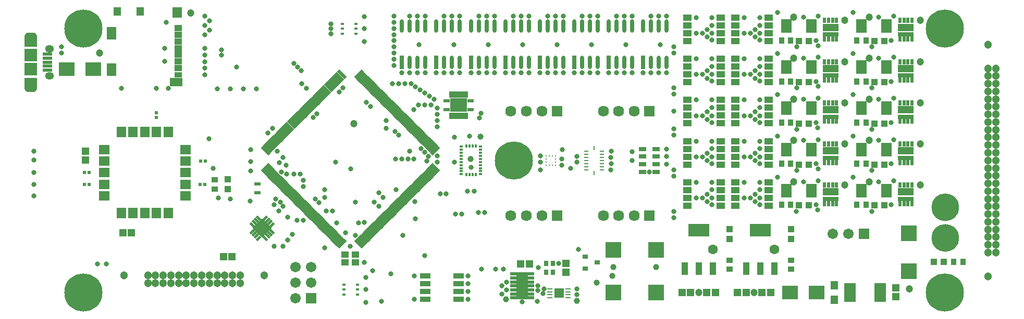
<source format=gbr>
%TF.GenerationSoftware,Altium Limited,Altium Designer,22.4.2 (48)*%
G04 Layer_Color=8388736*
%FSLAX45Y45*%
%MOMM*%
%TF.SameCoordinates,1579B7B8-C0FA-446B-BA7A-E71437B095E0*%
%TF.FilePolarity,Negative*%
%TF.FileFunction,Soldermask,Top*%
%TF.Part,Single*%
G01*
G75*
%TA.AperFunction,SMDPad,CuDef*%
%ADD17R,1.10000X0.60000*%
%ADD22R,1.78000X2.16000*%
%ADD23R,0.51535X0.47247*%
%ADD24R,0.60000X0.40000*%
%ADD26R,0.47247X0.51535*%
%ADD29R,0.80000X0.90000*%
%ADD30R,1.50000X1.60000*%
G04:AMPARAMS|DCode=31|XSize=0.85mm|YSize=0.25mm|CornerRadius=0.125mm|HoleSize=0mm|Usage=FLASHONLY|Rotation=0.000|XOffset=0mm|YOffset=0mm|HoleType=Round|Shape=RoundedRectangle|*
%AMROUNDEDRECTD31*
21,1,0.85000,0.00000,0,0,0.0*
21,1,0.60000,0.25000,0,0,0.0*
1,1,0.25000,0.30000,0.00000*
1,1,0.25000,-0.30000,0.00000*
1,1,0.25000,-0.30000,0.00000*
1,1,0.25000,0.30000,0.00000*
%
%ADD31ROUNDEDRECTD31*%
%ADD35R,2.50000X2.30000*%
%ADD41R,0.90000X0.80000*%
%ADD42R,2.50000X2.50000*%
%ADD45R,1.95580X3.14960*%
%ADD51R,1.50000X1.80000*%
%ADD52R,1.80000X1.50000*%
%ADD54R,1.20000X1.00000*%
%ADD55R,0.67500X0.25000*%
%ADD56R,0.25000X0.67500*%
%ADD60R,0.25000X0.27500*%
%ADD61R,0.27500X0.25000*%
%TA.AperFunction,ViaPad*%
%ADD87C,0.50000*%
%TA.AperFunction,SMDPad,CuDef*%
%ADD94R,0.90320X1.10320*%
%ADD95R,1.10320X0.90320*%
%ADD96R,1.30320X1.25320*%
%ADD98R,1.25320X1.30320*%
%TA.AperFunction,ComponentPad*%
%ADD101C,1.79320*%
%ADD102R,1.79320X1.79320*%
%ADD103C,1.30320*%
%ADD104C,4.50320*%
%ADD105C,1.70320*%
%ADD106R,1.70320X1.70320*%
%ADD107O,1.45320X1.25320*%
%ADD108O,2.10320X1.40320*%
%ADD109R,1.70320X1.70320*%
%TA.AperFunction,ViaPad*%
%ADD110C,0.80320*%
%ADD111C,1.00320*%
%ADD112C,1.20320*%
%ADD113C,6.20320*%
%ADD114C,1.60320*%
%TA.AperFunction,NonConductor*%
%ADD127R,0.52497X0.40000*%
%ADD128R,0.52497X0.40005*%
%ADD129R,0.52502X0.40000*%
%ADD130R,0.52502X0.40005*%
%ADD131R,0.29997X0.52497*%
%ADD132R,0.30002X0.52497*%
%ADD133R,0.30002X0.52502*%
%ADD134R,0.29997X0.52502*%
%TA.AperFunction,SMDPad,CuDef*%
G04:AMPARAMS|DCode=135|XSize=0.5032mm|YSize=1.7032mm|CornerRadius=0mm|HoleSize=0mm|Usage=FLASHONLY|Rotation=315.000|XOffset=0mm|YOffset=0mm|HoleType=Round|Shape=Rectangle|*
%AMROTATEDRECTD135*
4,1,4,-0.78008,-0.42426,0.42426,0.78008,0.78008,0.42426,-0.42426,-0.78008,-0.78008,-0.42426,0.0*
%
%ADD135ROTATEDRECTD135*%

%ADD136R,1.30320X0.80320*%
%ADD137R,1.00320X1.00320*%
%ADD138R,1.72820X0.85320*%
%ADD139R,1.05320X0.55320*%
%ADD140R,1.85320X4.45320*%
%ADD141R,1.10320X2.05320*%
%ADD142R,3.40320X2.05320*%
%ADD143R,2.65320X2.55320*%
%ADD144R,1.00320X1.00320*%
%ADD145O,0.70320X2.20320*%
%ADD146R,0.70320X2.20320*%
%ADD147R,1.20320X1.35320*%
%ADD148R,1.34320X1.11320*%
%ADD149R,0.60960X0.88900*%
%ADD150R,2.64160X0.76200*%
%ADD151R,2.64160X1.24460*%
%TA.AperFunction,ConnectorPad*%
%ADD152R,1.55320X0.60320*%
%TA.AperFunction,SMDPad,CuDef*%
G04:AMPARAMS|DCode=153|XSize=0.5032mm|YSize=1.7032mm|CornerRadius=0mm|HoleSize=0mm|Usage=FLASHONLY|Rotation=45.000|XOffset=0mm|YOffset=0mm|HoleType=Round|Shape=Rectangle|*
%AMROTATEDRECTD153*
4,1,4,0.42426,-0.78008,-0.78008,0.42426,-0.42426,0.78008,0.78008,-0.42426,0.42426,-0.78008,0.0*
%
%ADD153ROTATEDRECTD153*%

%ADD154R,1.05320X0.48320*%
%ADD155R,0.48320X1.05320*%
%ADD156R,2.75320X2.25320*%
%TA.AperFunction,ConnectorPad*%
%ADD157R,1.55320X2.10320*%
%ADD158R,1.20320X1.40320*%
%ADD159R,1.55320X1.75320*%
%ADD160R,1.30320X1.05320*%
%ADD161R,1.30320X0.95320*%
%ADD162R,2.00320X1.37320*%
%ADD163R,2.10320X2.00320*%
%TA.AperFunction,SMDPad,CuDef*%
%ADD164P,3.11580X4X180.0*%
G04:AMPARAMS|DCode=165|XSize=0.8532mm|YSize=0.4532mm|CornerRadius=0mm|HoleSize=0mm|Usage=FLASHONLY|Rotation=135.000|XOffset=0mm|YOffset=0mm|HoleType=Round|Shape=Rectangle|*
%AMROTATEDRECTD165*
4,1,4,0.46188,-0.14142,0.14142,-0.46188,-0.46188,0.14142,-0.14142,0.46188,0.46188,-0.14142,0.0*
%
%ADD165ROTATEDRECTD165*%

G04:AMPARAMS|DCode=166|XSize=0.8532mm|YSize=0.4532mm|CornerRadius=0mm|HoleSize=0mm|Usage=FLASHONLY|Rotation=45.000|XOffset=0mm|YOffset=0mm|HoleType=Round|Shape=Rectangle|*
%AMROTATEDRECTD166*
4,1,4,-0.14142,-0.46188,-0.46188,-0.14142,0.14142,0.46188,0.46188,0.14142,-0.14142,-0.46188,0.0*
%
%ADD166ROTATEDRECTD166*%

%TA.AperFunction,Conductor*%
%ADD167R,2.10317X1.77820*%
D17*
X4830001Y3115002D02*
D03*
Y2974997D02*
D03*
D22*
X13422501Y3010002D02*
D03*
X13827498D02*
D03*
X14647501Y5690000D02*
D03*
X15052499D02*
D03*
X13422501Y4350002D02*
D03*
X13827499D02*
D03*
X13422499Y3680002D02*
D03*
X13827502D02*
D03*
X13422501Y5020002D02*
D03*
X13827498D02*
D03*
X13422499Y5690002D02*
D03*
X13827502D02*
D03*
X14647501Y3680002D02*
D03*
X15052498D02*
D03*
X14647499Y4350002D02*
D03*
X15052502D02*
D03*
X14647501Y3010002D02*
D03*
X15052499D02*
D03*
X14647502Y5020002D02*
D03*
X15052499D02*
D03*
D23*
X2022144Y3110000D02*
D03*
X2097856D02*
D03*
X3977856D02*
D03*
X3902144D02*
D03*
X2097856Y3300000D02*
D03*
X2022144D02*
D03*
X3905000Y3490000D02*
D03*
X3980713D02*
D03*
D24*
X6235000Y1315000D02*
D03*
Y1395000D02*
D03*
Y1475000D02*
D03*
X6455000D02*
D03*
Y1395000D02*
D03*
Y1315000D02*
D03*
X6210000Y5565000D02*
D03*
Y5645000D02*
D03*
X6210000Y5725000D02*
D03*
X6430000D02*
D03*
Y5645000D02*
D03*
Y5565000D02*
D03*
D26*
X3190000Y4202143D02*
D03*
Y4277856D02*
D03*
D29*
X9520002Y1680001D02*
D03*
Y1820001D02*
D03*
X9630002D02*
D03*
Y1680001D02*
D03*
D30*
X9730002Y1335001D02*
D03*
D31*
X9875002Y1410001D02*
D03*
Y1360001D02*
D03*
Y1310001D02*
D03*
Y1260001D02*
D03*
X9585002D02*
D03*
Y1310001D02*
D03*
Y1360001D02*
D03*
Y1410001D02*
D03*
D35*
X13485001Y1350000D02*
D03*
X13914998D02*
D03*
X1730000Y4990000D02*
D03*
X2160000D02*
D03*
D41*
X10154998Y1930001D02*
D03*
Y1739999D02*
D03*
X10355003Y1835000D02*
D03*
D42*
X11310001Y1345001D02*
D03*
X11310001Y2044999D02*
D03*
X10610002Y1345001D02*
D03*
Y2044999D02*
D03*
D45*
X14454892Y1349999D02*
D03*
X14945113D02*
D03*
D51*
X2620000Y2639999D02*
D03*
X2810002D02*
D03*
X2999999D02*
D03*
X3190001D02*
D03*
X3379998D02*
D03*
Y3960001D02*
D03*
X3190001D02*
D03*
X2999999D02*
D03*
X2810002D02*
D03*
X2620000D02*
D03*
D52*
X3659998Y2919998D02*
D03*
Y3110001D02*
D03*
Y3299998D02*
D03*
Y3490000D02*
D03*
Y3680002D02*
D03*
X2340000D02*
D03*
Y3490000D02*
D03*
Y3299998D02*
D03*
Y3110001D02*
D03*
Y2919998D02*
D03*
D54*
X6255002Y1835001D02*
D03*
X6424999D02*
D03*
Y1964998D02*
D03*
X6255002D02*
D03*
D55*
X10426251Y3650000D02*
D03*
Y3600002D02*
D03*
Y3550000D02*
D03*
Y3500002D02*
D03*
Y3450000D02*
D03*
Y3400003D02*
D03*
Y3350000D02*
D03*
X10173750D02*
D03*
Y3400003D02*
D03*
Y3450000D02*
D03*
Y3500002D02*
D03*
Y3550000D02*
D03*
Y3600002D02*
D03*
Y3650000D02*
D03*
D56*
X10299998Y3298748D02*
D03*
Y3701252D02*
D03*
D60*
X9575000Y3576249D02*
D03*
X9624998D02*
D03*
Y3423748D02*
D03*
X9575000D02*
D03*
D61*
X9676250Y3575000D02*
D03*
Y3525002D02*
D03*
Y3475000D02*
D03*
Y3425003D02*
D03*
X9523748D02*
D03*
Y3475000D02*
D03*
Y3525002D02*
D03*
Y3575000D02*
D03*
D87*
X9780002Y1285001D02*
D03*
X9680002D02*
D03*
X9780002Y1385001D02*
D03*
X9680002D02*
D03*
D94*
X16145000Y1845000D02*
D03*
X16295001D02*
D03*
X13495001Y2775001D02*
D03*
X13345004D02*
D03*
X14570000Y5455000D02*
D03*
X14720000D02*
D03*
X13344998Y4115001D02*
D03*
X13494997D02*
D03*
X13344998Y3445001D02*
D03*
X13495001D02*
D03*
X13345004Y4785001D02*
D03*
X13495001D02*
D03*
X13344998Y5455001D02*
D03*
X13495001D02*
D03*
X14570003Y3445001D02*
D03*
X14720001D02*
D03*
X14569998Y4115001D02*
D03*
X14720001D02*
D03*
X14569998Y2775001D02*
D03*
X14719995D02*
D03*
X14569998Y4785001D02*
D03*
X14720001D02*
D03*
D95*
X4135000Y3185000D02*
D03*
Y3035000D02*
D03*
X13499998Y1875001D02*
D03*
Y1724999D02*
D03*
X12500000Y1875001D02*
D03*
Y1724999D02*
D03*
D96*
X2035000Y3510000D02*
D03*
Y3650000D02*
D03*
X9845002Y1680001D02*
D03*
Y1820001D02*
D03*
X15200002Y1419998D02*
D03*
Y1279999D02*
D03*
D98*
X2785000Y2320000D02*
D03*
X2645000D02*
D03*
X4280000Y1935000D02*
D03*
X4420000D02*
D03*
X9250002Y1815001D02*
D03*
X9110002D02*
D03*
X11730002Y1350000D02*
D03*
X12630002Y1349999D02*
D03*
X13169998Y1349999D02*
D03*
X13029999D02*
D03*
X11870001Y1350000D02*
D03*
X12269998Y1349999D02*
D03*
X12129999D02*
D03*
X12770001Y1349999D02*
D03*
D101*
X8949998Y4299999D02*
D03*
X9200000D02*
D03*
X9450002D02*
D03*
X10949999Y2600001D02*
D03*
X10699997D02*
D03*
X10450000D02*
D03*
X10950002Y4300002D02*
D03*
X10700000D02*
D03*
X10449998D02*
D03*
X8949998Y2599999D02*
D03*
X9200000D02*
D03*
X9450002D02*
D03*
D102*
X9699999Y4299999D02*
D03*
X11200001Y2600001D02*
D03*
X11199999Y4300001D02*
D03*
X9699999Y2599999D02*
D03*
D103*
X2660000Y1625000D02*
D03*
X4940001Y1625000D02*
D03*
X3050001Y1500001D02*
D03*
X3175000D02*
D03*
X3299998D02*
D03*
X3425002D02*
D03*
X3550001D02*
D03*
X3674999D02*
D03*
X3800003D02*
D03*
X3925001D02*
D03*
X4050000D02*
D03*
X4174998D02*
D03*
X4300002D02*
D03*
X4425000D02*
D03*
X4549998D02*
D03*
X3050002Y1625000D02*
D03*
X3175000D02*
D03*
X3299998D02*
D03*
X3425002D02*
D03*
X3550000D02*
D03*
X3674999D02*
D03*
X3800003D02*
D03*
X3925001D02*
D03*
X4050000D02*
D03*
X4174998D02*
D03*
X4300002D02*
D03*
X4425000D02*
D03*
X4549999D02*
D03*
X16700000Y2500000D02*
D03*
X16825000Y2375000D02*
D03*
Y2500000D02*
D03*
X16700000Y2250000D02*
D03*
X16825000D02*
D03*
X16700000Y2125000D02*
D03*
X16825000D02*
D03*
X16700000Y2375000D02*
D03*
Y2000000D02*
D03*
X16825000D02*
D03*
X16700000Y1610000D02*
D03*
Y5390000D02*
D03*
X16825000Y2625000D02*
D03*
Y2750000D02*
D03*
Y2875000D02*
D03*
Y3000000D02*
D03*
Y3125000D02*
D03*
Y3250000D02*
D03*
Y3375000D02*
D03*
Y3500000D02*
D03*
Y3625000D02*
D03*
Y3750000D02*
D03*
Y3875000D02*
D03*
Y4000000D02*
D03*
Y4125000D02*
D03*
Y4250000D02*
D03*
Y4375000D02*
D03*
Y4500000D02*
D03*
Y4625000D02*
D03*
Y4750000D02*
D03*
Y4875000D02*
D03*
Y5000000D02*
D03*
X16700000Y2625000D02*
D03*
Y2750000D02*
D03*
Y2875000D02*
D03*
Y3000000D02*
D03*
Y3125000D02*
D03*
Y3250000D02*
D03*
Y3375000D02*
D03*
Y3500000D02*
D03*
Y3625000D02*
D03*
Y3750000D02*
D03*
Y3875000D02*
D03*
Y4000000D02*
D03*
Y4125000D02*
D03*
Y4250000D02*
D03*
Y4375000D02*
D03*
Y4500000D02*
D03*
Y4625000D02*
D03*
Y4750000D02*
D03*
Y4875000D02*
D03*
Y5000000D02*
D03*
D104*
X16005000Y2740000D02*
D03*
X16005000Y2239996D02*
D03*
D105*
X14175999Y2305000D02*
D03*
X14430000D02*
D03*
X5451000Y1251000D02*
D03*
X5705000Y1505000D02*
D03*
X5451000D02*
D03*
X5705000Y1759000D02*
D03*
X5451000D02*
D03*
D106*
X14684000Y2305000D02*
D03*
D107*
X1450000Y5322500D02*
D03*
Y4877497D02*
D03*
D108*
X1150001Y4682502D02*
D03*
X1150001Y5517501D02*
D03*
D109*
X5705000Y1251000D02*
D03*
D110*
X4050000Y5775000D02*
D03*
X3975000Y5700000D02*
D03*
X4050000Y5625000D02*
D03*
X7300000Y3650000D02*
D03*
X6050000Y2675000D02*
D03*
X9920000Y3370000D02*
D03*
X11475000Y3687501D02*
D03*
Y3562498D02*
D03*
Y3437499D02*
D03*
X10580000Y3450000D02*
D03*
X10920000Y3500000D02*
D03*
Y3640000D02*
D03*
X10020000Y3570000D02*
D03*
Y3470000D02*
D03*
X3350000Y5750000D02*
D03*
X9425000Y3350000D02*
D03*
X8150000Y2625000D02*
D03*
X8050000D02*
D03*
X5950000Y2675000D02*
D03*
X2235000Y1815000D02*
D03*
X2375000D02*
D03*
X5925000Y2900000D02*
D03*
X10050000Y2050000D02*
D03*
X7550000Y1950000D02*
D03*
X7195000Y2278661D02*
D03*
X6925000Y4025000D02*
D03*
Y4150000D02*
D03*
X5575000Y3075000D02*
D03*
Y3175000D02*
D03*
X7000000Y1650000D02*
D03*
X6700000Y1700000D02*
D03*
X6850000Y1200000D02*
D03*
X5922791Y2077209D02*
D03*
X7375000Y4325000D02*
D03*
X7450000Y4400000D02*
D03*
X7550000D02*
D03*
X7650000D02*
D03*
X4495000Y5025000D02*
D03*
X4180000Y4670000D02*
D03*
X4390000D02*
D03*
X4600000D02*
D03*
X4810000D02*
D03*
X11595000Y3915000D02*
D03*
X12209999Y5570000D02*
D03*
X5925000Y3025000D02*
D03*
X4715000Y2840000D02*
D03*
X4390000Y2875000D02*
D03*
X4200000Y2890000D02*
D03*
X4110000Y3370000D02*
D03*
X4045000Y3850000D02*
D03*
X5125000Y2875000D02*
D03*
X5220000Y3315000D02*
D03*
X5000000Y3950000D02*
D03*
X5075000Y4025000D02*
D03*
X5300000Y3425000D02*
D03*
X5190000Y3465000D02*
D03*
X5525000Y3275000D02*
D03*
X5425000D02*
D03*
X6800000Y2975000D02*
D03*
X6875000Y2900000D02*
D03*
X7390000Y2830000D02*
D03*
X7085000Y3020000D02*
D03*
X5625000Y4675000D02*
D03*
X5550000Y4750000D02*
D03*
X6265000Y2320000D02*
D03*
X11600000Y4300001D02*
D03*
X8245000Y3000000D02*
D03*
X8350000D02*
D03*
X7400000Y2550000D02*
D03*
X8425000Y2650000D02*
D03*
X8525000D02*
D03*
X6570000Y2487300D02*
D03*
X6475000Y2485000D02*
D03*
X6420000Y2275000D02*
D03*
X6118446Y2485000D02*
D03*
X5575000Y2525000D02*
D03*
X5475000D02*
D03*
X7750000Y4150000D02*
D03*
Y4050000D02*
D03*
Y4250000D02*
D03*
X7900000Y2955000D02*
D03*
X7800000D02*
D03*
X12839998Y2890000D02*
D03*
X11600000Y3245000D02*
D03*
X7175000Y3525000D02*
D03*
X7075000D02*
D03*
X7275000D02*
D03*
X7375000D02*
D03*
X8475000Y1725000D02*
D03*
X8825000D02*
D03*
X8700000D02*
D03*
X8880002Y1520002D02*
D03*
X15170000Y3170000D02*
D03*
X7992997Y4930001D02*
D03*
X7865997D02*
D03*
X8119997D02*
D03*
X7475000Y4650000D02*
D03*
X7225000Y4750000D02*
D03*
X7125000D02*
D03*
X7178998Y4930001D02*
D03*
X11960059Y5154931D02*
D03*
X12209999Y5155000D02*
D03*
X11959999Y5825000D02*
D03*
X12209999D02*
D03*
Y5700000D02*
D03*
X6800000Y2750000D02*
D03*
X7750000Y3575000D02*
D03*
Y3475000D02*
D03*
X12209999Y3145000D02*
D03*
Y3020000D02*
D03*
X7700000Y4500000D02*
D03*
X7625000Y4550000D02*
D03*
X7550000Y4600000D02*
D03*
X7400000Y4700000D02*
D03*
X7325000Y4750000D02*
D03*
X7750000Y4350000D02*
D03*
X7025000Y4750000D02*
D03*
X7050000Y5050000D02*
D03*
X9395000Y1755000D02*
D03*
X7050000Y5150000D02*
D03*
X7460000Y5385000D02*
D03*
X9140000D02*
D03*
X7050000Y5250000D02*
D03*
X11600000Y4585000D02*
D03*
X7050000Y5350000D02*
D03*
Y5450000D02*
D03*
X11098997Y4930001D02*
D03*
X7050000Y5550000D02*
D03*
Y5650000D02*
D03*
Y5750000D02*
D03*
X1200000Y3510000D02*
D03*
X7559998Y5854998D02*
D03*
X7305998D02*
D03*
X8030000Y3880000D02*
D03*
X8035000Y3470000D02*
D03*
X8985997Y5854998D02*
D03*
X7050000Y5850000D02*
D03*
X12989998Y5570000D02*
D03*
X12989999Y5460000D02*
D03*
X12739998Y5825000D02*
D03*
X11600000Y3345000D02*
D03*
X12989998Y3145000D02*
D03*
X6025000Y5565000D02*
D03*
Y5645000D02*
D03*
Y5725000D02*
D03*
X5545000Y4960000D02*
D03*
X5485000Y5020000D02*
D03*
X5425000Y5080000D02*
D03*
X7865997Y5854998D02*
D03*
X11225997D02*
D03*
X7992997D02*
D03*
X11352997D02*
D03*
Y4930001D02*
D03*
X9545997Y5854998D02*
D03*
X10919997D02*
D03*
X10105997D02*
D03*
X10665997D02*
D03*
X11595000Y2570000D02*
D03*
Y2670000D02*
D03*
Y4015000D02*
D03*
X11600000Y4685000D02*
D03*
X13935001Y2690000D02*
D03*
X13939999Y3365000D02*
D03*
X13935001Y4035000D02*
D03*
X13939999Y4705000D02*
D03*
X11600000Y5250000D02*
D03*
Y5350000D02*
D03*
X14510001Y5240000D02*
D03*
X13939999Y5370000D02*
D03*
X7124491Y3913275D02*
D03*
X7610000Y3570000D02*
D03*
X7550000Y3630000D02*
D03*
X7580000Y3490000D02*
D03*
X8460000Y4270000D02*
D03*
X7490000Y3690000D02*
D03*
X8440000Y4190000D02*
D03*
X5400000Y2300000D02*
D03*
X10575000Y3350000D02*
D03*
Y3550000D02*
D03*
X10580000Y3650000D02*
D03*
X9780000Y3675000D02*
D03*
X9425000Y3575000D02*
D03*
X9775000Y3525000D02*
D03*
X9425000Y3475000D02*
D03*
X9775000Y3425000D02*
D03*
X10025002Y1310001D02*
D03*
Y1405002D02*
D03*
X8255000Y1621491D02*
D03*
Y1494491D02*
D03*
X9135002Y1199050D02*
D03*
X8800002Y1325001D02*
D03*
Y1455001D02*
D03*
X8255000Y1240491D02*
D03*
Y1367491D02*
D03*
X9380002Y1205001D02*
D03*
X1650000Y5250000D02*
D03*
X3975000Y5215000D02*
D03*
X4250000Y5220000D02*
D03*
Y5305000D02*
D03*
X6725000Y2825000D02*
D03*
X8300000Y3390000D02*
D03*
X8274998Y3900000D02*
D03*
X3325000Y5111249D02*
D03*
Y5331249D02*
D03*
X3975000Y4896248D02*
D03*
Y5105000D02*
D03*
Y5330000D02*
D03*
Y5550000D02*
D03*
Y5001252D02*
D03*
Y5850000D02*
D03*
X5305000Y3280000D02*
D03*
X5325000Y2575000D02*
D03*
Y2200000D02*
D03*
X5250000Y2100000D02*
D03*
X5100000D02*
D03*
X5250000Y2750000D02*
D03*
X5200000Y2825000D02*
D03*
X5175000Y2675000D02*
D03*
X5100000Y2775000D02*
D03*
X6425000Y2825000D02*
D03*
X4725000Y3325000D02*
D03*
Y3480000D02*
D03*
Y3675000D02*
D03*
X3379998Y4675000D02*
D03*
X3190000D02*
D03*
X2620000D02*
D03*
X1200000Y3650000D02*
D03*
Y3300000D02*
D03*
Y3110000D02*
D03*
Y2925000D02*
D03*
X6600000Y4450000D02*
D03*
X6345000Y3360000D02*
D03*
X6100000Y3475000D02*
D03*
X5250000Y3550000D02*
D03*
X5155000Y3650000D02*
D03*
X6160000Y4620000D02*
D03*
X5740000Y4200000D02*
D03*
X6669950Y4380000D02*
D03*
X5830000Y2810000D02*
D03*
X5770000Y2870000D02*
D03*
X5800000Y4260000D02*
D03*
X6220000Y4680000D02*
D03*
X7065000Y3975000D02*
D03*
X14924805Y5835195D02*
D03*
X12989998Y5700000D02*
D03*
X15170000Y5850000D02*
D03*
X15130000Y5455000D02*
D03*
X12989998Y5825000D02*
D03*
X14510001Y5910000D02*
D03*
X14814999Y5350000D02*
D03*
X13700000Y5835000D02*
D03*
X13945000Y5850000D02*
D03*
X12210000Y5460000D02*
D03*
X13905000Y5455000D02*
D03*
X13285001Y5910000D02*
D03*
X13590096Y5350394D02*
D03*
X14925000Y5165000D02*
D03*
X12989998Y5030000D02*
D03*
X15170000Y5180000D02*
D03*
X12989999Y4790000D02*
D03*
X15130000Y4785000D02*
D03*
X12989998Y5155000D02*
D03*
Y4900000D02*
D03*
X14814999Y4680000D02*
D03*
X13700000Y5165000D02*
D03*
X12209999Y5030000D02*
D03*
X13945000Y5180000D02*
D03*
X12210000Y4790000D02*
D03*
X13905000Y4785000D02*
D03*
X13285001Y5240000D02*
D03*
X12209999Y4900000D02*
D03*
X13590096Y4680394D02*
D03*
X14925000Y4495000D02*
D03*
X12989998Y4360000D02*
D03*
X15170000Y4510000D02*
D03*
X12989999Y4120000D02*
D03*
X15130000Y4115000D02*
D03*
X12989998Y4485000D02*
D03*
X14510001Y4570000D02*
D03*
X12989998Y4230000D02*
D03*
X14814999Y4010000D02*
D03*
X13700000Y4495000D02*
D03*
X12209999Y4360000D02*
D03*
X13945000Y4510000D02*
D03*
X12210000Y4120000D02*
D03*
X13905000Y4115000D02*
D03*
X12209999Y4485000D02*
D03*
X13285001Y4570000D02*
D03*
X12209999Y4230000D02*
D03*
X13590096Y4010394D02*
D03*
X14925000Y3825000D02*
D03*
X12989998Y3690000D02*
D03*
X15170000Y3840000D02*
D03*
X12989999Y3450000D02*
D03*
X15130000Y3445000D02*
D03*
X12989998Y3815000D02*
D03*
X14510001Y3900000D02*
D03*
X12989998Y3560000D02*
D03*
X14814999Y3340000D02*
D03*
X13700000Y3825000D02*
D03*
X12209999Y3690000D02*
D03*
X13945000Y3840000D02*
D03*
X12210000Y3450000D02*
D03*
X13905000Y3445000D02*
D03*
X12209999Y3815000D02*
D03*
X13285001Y3900000D02*
D03*
X12209999Y3560000D02*
D03*
X13589999Y3340000D02*
D03*
X6590000Y1395000D02*
D03*
X6590000Y1190000D02*
D03*
X6590000Y1595000D02*
D03*
X6565000Y5844999D02*
D03*
Y5645000D02*
D03*
Y5440000D02*
D03*
X7380000Y1621491D02*
D03*
Y1240491D02*
D03*
X6565000Y1835001D02*
D03*
X6340000Y2100000D02*
D03*
X9727502Y1822502D02*
D03*
X8880002Y1390002D02*
D03*
X9470002Y1330001D02*
D03*
X9385002Y1380001D02*
D03*
X9485002Y1410001D02*
D03*
X9385002Y1460001D02*
D03*
X11479997Y4930001D02*
D03*
X8858997D02*
D03*
X8985997D02*
D03*
X8425997D02*
D03*
X8552997D02*
D03*
X8679997D02*
D03*
X10538997D02*
D03*
X9112997Y5854998D02*
D03*
X10232997D02*
D03*
X10359997D02*
D03*
X8679997D02*
D03*
X11225997Y4930001D02*
D03*
X11479997Y5854998D02*
D03*
X11379999Y5385000D02*
D03*
X10665997Y4930001D02*
D03*
X10919997D02*
D03*
X10792997Y5854998D02*
D03*
X10819999Y5385000D02*
D03*
X10792997Y4930001D02*
D03*
X10105997D02*
D03*
X10359997D02*
D03*
X9978997D02*
D03*
X10260000Y5385000D02*
D03*
X10232997Y4930001D02*
D03*
X9545997D02*
D03*
X9799997D02*
D03*
X9672997Y5854998D02*
D03*
X9799997D02*
D03*
X9418997Y4930001D02*
D03*
X9700000Y5385000D02*
D03*
X9672997Y4930001D02*
D03*
X9239997D02*
D03*
Y5854998D02*
D03*
X9112997Y4930001D02*
D03*
X8552997Y5854998D02*
D03*
X8298997Y4930001D02*
D03*
X8580000Y5385000D02*
D03*
X8425997Y5854998D02*
D03*
X8119997D02*
D03*
X7738997Y4930001D02*
D03*
X8020000Y5385000D02*
D03*
X11200001Y3312501D02*
D03*
X7432998Y5854998D02*
D03*
X1650000Y5350000D02*
D03*
X14925000Y3155000D02*
D03*
X7432998Y4930001D02*
D03*
X7559998D02*
D03*
X7305998D02*
D03*
X13589925Y2670135D02*
D03*
X12739998Y3145000D02*
D03*
X12059999Y2890000D02*
D03*
X12209999D02*
D03*
X12210000Y2780000D02*
D03*
X11959999Y2890000D02*
D03*
X12135000Y2830000D02*
D03*
X11959999Y3145000D02*
D03*
X12134999Y2950000D02*
D03*
X12989998Y3020000D02*
D03*
Y2890000D02*
D03*
X12989999Y2780000D02*
D03*
X12739998Y2890000D02*
D03*
X12914999Y2830000D02*
D03*
X12914998Y2950000D02*
D03*
X12059999Y3560000D02*
D03*
X11959999D02*
D03*
X12135000Y3500000D02*
D03*
X11959999Y3815000D02*
D03*
X12134999Y3620000D02*
D03*
X12839998Y3560000D02*
D03*
X12739998D02*
D03*
X12914999Y3500000D02*
D03*
X12739998Y3815000D02*
D03*
X12914998Y3620000D02*
D03*
X12059999Y4230000D02*
D03*
X11959999D02*
D03*
X12135000Y4170000D02*
D03*
X11959999Y4485000D02*
D03*
X12134999Y4290000D02*
D03*
X12839998Y4230000D02*
D03*
X12739998D02*
D03*
X12914999Y4170000D02*
D03*
X12739998Y4485000D02*
D03*
X12914998Y4290000D02*
D03*
X12059999Y4900000D02*
D03*
X11959999D02*
D03*
X12135000Y4840000D02*
D03*
X12134999Y4960000D02*
D03*
X12839998Y4900000D02*
D03*
X12739998D02*
D03*
X12914999Y4840000D02*
D03*
X12739998Y5155000D02*
D03*
X12914998Y4960000D02*
D03*
X12059999Y5570000D02*
D03*
X11959999D02*
D03*
X12135000Y5510000D02*
D03*
X12134999Y5630000D02*
D03*
X12914999Y5510000D02*
D03*
X12914998Y5630000D02*
D03*
X12839998Y5570000D02*
D03*
X12739998D02*
D03*
X13285001Y3230000D02*
D03*
X13905000Y2775000D02*
D03*
X13945000Y3170000D02*
D03*
X13700000Y3155000D02*
D03*
X14814999Y2670000D02*
D03*
X14510001Y3230000D02*
D03*
X15130000Y2775000D02*
D03*
D111*
X10345000Y1510000D02*
D03*
X8455000Y3890000D02*
D03*
X10610000Y1765000D02*
D03*
X10600000Y1615000D02*
D03*
X11310000Y1760000D02*
D03*
X10025002Y1210001D02*
D03*
X8870002Y1235001D02*
D03*
X8290403Y3525002D02*
D03*
D112*
X6395000Y4100000D02*
D03*
X12900000Y1349999D02*
D03*
X11999999Y1350000D02*
D03*
X15420000Y1410000D02*
D03*
X14770000Y5835000D02*
D03*
X15600000Y5780000D02*
D03*
X13545000Y5835000D02*
D03*
X14375000Y5780000D02*
D03*
X14770000Y5165000D02*
D03*
X15600000Y5110000D02*
D03*
X13545000Y5165000D02*
D03*
X14375000Y5110000D02*
D03*
X14770000Y4495000D02*
D03*
X15600000Y4440000D02*
D03*
X13545000Y4495000D02*
D03*
X14375000Y4440000D02*
D03*
X14770000Y3825000D02*
D03*
X15600000Y3770000D02*
D03*
X13545000Y3825000D02*
D03*
X14375000Y3770000D02*
D03*
X3750000Y5900000D02*
D03*
X2265000Y5250000D02*
D03*
X13544904Y3154606D02*
D03*
X14375000Y3100000D02*
D03*
X15600000D02*
D03*
X14770000Y3155000D02*
D03*
D113*
X16000000Y5650000D02*
D03*
X9000000Y3500000D02*
D03*
X16000000Y1350000D02*
D03*
X2000000Y5650000D02*
D03*
Y1350000D02*
D03*
D114*
X13230000Y2050000D02*
D03*
X12230000D02*
D03*
D127*
X8143751Y3725002D02*
D03*
Y3675000D02*
D03*
Y3625002D02*
D03*
Y3575000D02*
D03*
Y3525002D02*
D03*
Y3475000D02*
D03*
Y3425003D02*
D03*
Y3375000D02*
D03*
Y3275000D02*
D03*
D128*
Y3325000D02*
D03*
D129*
X8456249Y3725002D02*
D03*
Y3675000D02*
D03*
Y3625002D02*
D03*
Y3575000D02*
D03*
Y3525002D02*
D03*
Y3475000D02*
D03*
Y3425003D02*
D03*
Y3375000D02*
D03*
Y3275000D02*
D03*
D130*
Y3325000D02*
D03*
D131*
X8375000Y3731250D02*
D03*
X8275000D02*
D03*
D132*
X8325000D02*
D03*
X8225000D02*
D03*
D133*
Y3268749D02*
D03*
X8325000D02*
D03*
D134*
X8275000D02*
D03*
X8375000D02*
D03*
D135*
X6482843Y4899999D02*
D03*
X6518197Y4864645D02*
D03*
X6553554Y4829288D02*
D03*
X6588907Y4793935D02*
D03*
X6624264Y4758578D02*
D03*
X6659618Y4723224D02*
D03*
X6694975Y4687867D02*
D03*
X6730328Y4652514D02*
D03*
X6765685Y4617157D02*
D03*
X6801039Y4581803D02*
D03*
X6836396Y4546446D02*
D03*
X6871749Y4511093D02*
D03*
X6907106Y4475736D02*
D03*
X6942460Y4440382D02*
D03*
X6977817Y4405025D02*
D03*
X7013170Y4369671D02*
D03*
X7048528Y4334314D02*
D03*
X7083881Y4298961D02*
D03*
X7119238Y4263604D02*
D03*
X7154591Y4228250D02*
D03*
X7189949Y4192893D02*
D03*
X7225302Y4157540D02*
D03*
X7260659Y4122183D02*
D03*
X7296013Y4086829D02*
D03*
X7331370Y4051472D02*
D03*
X7366723Y4016119D02*
D03*
X7402080Y3980762D02*
D03*
X7437434Y3945408D02*
D03*
X7472791Y3910051D02*
D03*
X7508144Y3874698D02*
D03*
X7543501Y3839341D02*
D03*
X7578855Y3803987D02*
D03*
X7614212Y3768630D02*
D03*
X7649565Y3733277D02*
D03*
X7684922Y3697920D02*
D03*
X7720276Y3662566D02*
D03*
X6199998Y2142288D02*
D03*
X6164644Y2177641D02*
D03*
X6129287Y2212998D02*
D03*
X6093933Y2248352D02*
D03*
X6058576Y2283709D02*
D03*
X6023223Y2319062D02*
D03*
X5987866Y2354419D02*
D03*
X5952512Y2389773D02*
D03*
X5917155Y2425130D02*
D03*
X5881802Y2460484D02*
D03*
X5846445Y2495841D02*
D03*
X5811091Y2531194D02*
D03*
X5775734Y2566551D02*
D03*
X5740381Y2601904D02*
D03*
X5705024Y2637262D02*
D03*
X5669670Y2672615D02*
D03*
X5634313Y2707972D02*
D03*
X5598960Y2743325D02*
D03*
X5563603Y2778682D02*
D03*
X5528249Y2814036D02*
D03*
X5492892Y2849393D02*
D03*
X5457538Y2884747D02*
D03*
X5422181Y2920104D02*
D03*
X5386828Y2955457D02*
D03*
X5351471Y2990814D02*
D03*
X5316117Y3026168D02*
D03*
X5280760Y3061525D02*
D03*
X5245407Y3096878D02*
D03*
X5210050Y3132235D02*
D03*
X5174696Y3167589D02*
D03*
X5139339Y3202946D02*
D03*
X5103986Y3238299D02*
D03*
X5068629Y3273656D02*
D03*
X5033275Y3309010D02*
D03*
X4997918Y3344367D02*
D03*
X4962565Y3379720D02*
D03*
D136*
X11090002Y3687501D02*
D03*
Y3562498D02*
D03*
Y3437499D02*
D03*
Y3312501D02*
D03*
X11310001D02*
D03*
Y3437499D02*
D03*
Y3562498D02*
D03*
Y3687501D02*
D03*
D137*
X4345000Y3190000D02*
D03*
Y3030000D02*
D03*
X12500001Y2380002D02*
D03*
Y2219997D02*
D03*
X13500002Y2380000D02*
D03*
Y2220000D02*
D03*
D138*
X8096200Y1621491D02*
D03*
Y1494491D02*
D03*
Y1367491D02*
D03*
Y1240491D02*
D03*
X7553800D02*
D03*
Y1367491D02*
D03*
Y1494491D02*
D03*
Y1621491D02*
D03*
D139*
X9280002Y1260001D02*
D03*
Y1325001D02*
D03*
Y1390001D02*
D03*
Y1455001D02*
D03*
Y1520001D02*
D03*
Y1585001D02*
D03*
Y1650001D02*
D03*
X8990002D02*
D03*
Y1585001D02*
D03*
Y1520001D02*
D03*
Y1455001D02*
D03*
Y1390001D02*
D03*
Y1325001D02*
D03*
Y1260001D02*
D03*
D140*
X9135002Y1455001D02*
D03*
D141*
X12770000Y1740000D02*
D03*
X11770000D02*
D03*
X12000000D02*
D03*
X12230000D02*
D03*
X13000000D02*
D03*
X13230000D02*
D03*
D142*
X12000000Y2360000D02*
D03*
X13000000D02*
D03*
D143*
X15414999Y2314999D02*
D03*
Y1695001D02*
D03*
D144*
X14855000Y5442500D02*
D03*
X15014999D02*
D03*
X13790002Y5442502D02*
D03*
X13629997D02*
D03*
X15014996Y4772502D02*
D03*
X14854997D02*
D03*
X13790002D02*
D03*
X13630002D02*
D03*
X15015002Y4102502D02*
D03*
X14854997D02*
D03*
X13789996D02*
D03*
X13629997D02*
D03*
X15015002Y3432502D02*
D03*
X14855002D02*
D03*
X13790002D02*
D03*
X13629997D02*
D03*
X15820003Y1845001D02*
D03*
X15980000D02*
D03*
X13790002Y2769998D02*
D03*
X13630002D02*
D03*
X14854997Y2770003D02*
D03*
X15014996D02*
D03*
D145*
X8679997Y5694998D02*
D03*
X8552997D02*
D03*
X8425997D02*
D03*
X8298997D02*
D03*
X8679997Y5094999D02*
D03*
X8552997D02*
D03*
X8425997D02*
D03*
X9239997Y5694998D02*
D03*
X9112997D02*
D03*
X8985997D02*
D03*
X8858997D02*
D03*
X9239997Y5094999D02*
D03*
X9112997D02*
D03*
X8985997D02*
D03*
X8119997Y5694998D02*
D03*
X7992997D02*
D03*
X7865997D02*
D03*
X7738997D02*
D03*
X8119997Y5094999D02*
D03*
X7992997D02*
D03*
X7865997D02*
D03*
X7305998D02*
D03*
X7432998D02*
D03*
X7559998D02*
D03*
X7178998Y5694998D02*
D03*
X7305998D02*
D03*
X7432998D02*
D03*
X7559998D02*
D03*
X10359997D02*
D03*
X10232997D02*
D03*
X10105997D02*
D03*
X9978997D02*
D03*
X10359997Y5094999D02*
D03*
X10232997D02*
D03*
X10105997D02*
D03*
X11479997Y5694998D02*
D03*
X11352997D02*
D03*
X11225997D02*
D03*
X11098997D02*
D03*
X11479997Y5094999D02*
D03*
X11352997D02*
D03*
X11225997D02*
D03*
X9799997Y5694998D02*
D03*
X9672997D02*
D03*
X9545997D02*
D03*
X9418997D02*
D03*
X9799997Y5094999D02*
D03*
X9672997D02*
D03*
X9545997D02*
D03*
X10919997Y5694998D02*
D03*
X10792997D02*
D03*
X10665997D02*
D03*
X10538997D02*
D03*
X10919997Y5094999D02*
D03*
X10792997D02*
D03*
X10665997D02*
D03*
D146*
X8298997D02*
D03*
X8858997D02*
D03*
X7738997D02*
D03*
X7178998D02*
D03*
X9978997D02*
D03*
X11098997D02*
D03*
X9418997D02*
D03*
X10538997D02*
D03*
D147*
X14200002Y1232499D02*
D03*
Y1467499D02*
D03*
D148*
X12591996Y5825500D02*
D03*
Y5698500D02*
D03*
Y5571500D02*
D03*
Y5444500D02*
D03*
X13137996Y5825500D02*
D03*
Y5698500D02*
D03*
Y5571500D02*
D03*
Y5444500D02*
D03*
X11811997Y3145500D02*
D03*
Y3018500D02*
D03*
Y2891500D02*
D03*
Y2764500D02*
D03*
X12357997Y3145500D02*
D03*
Y3018500D02*
D03*
Y2891500D02*
D03*
Y2764500D02*
D03*
X12591996Y3145500D02*
D03*
Y3018500D02*
D03*
Y2891500D02*
D03*
Y2764500D02*
D03*
X13137996Y3145500D02*
D03*
Y3018500D02*
D03*
Y2891500D02*
D03*
Y2764500D02*
D03*
X11811997Y3815500D02*
D03*
Y3688500D02*
D03*
Y3561500D02*
D03*
Y3434500D02*
D03*
X12357997Y3815500D02*
D03*
Y3688500D02*
D03*
Y3561500D02*
D03*
Y3434500D02*
D03*
X12591996Y3815500D02*
D03*
Y3688500D02*
D03*
Y3561500D02*
D03*
Y3434500D02*
D03*
X13137996Y3815500D02*
D03*
Y3688500D02*
D03*
Y3561500D02*
D03*
Y3434500D02*
D03*
X11811997Y4485500D02*
D03*
Y4358500D02*
D03*
Y4231500D02*
D03*
Y4104500D02*
D03*
X12357997Y4485500D02*
D03*
Y4358500D02*
D03*
Y4231500D02*
D03*
Y4104500D02*
D03*
X12591996Y4485500D02*
D03*
Y4358500D02*
D03*
Y4231500D02*
D03*
Y4104500D02*
D03*
X13137996Y4485500D02*
D03*
Y4358500D02*
D03*
Y4231500D02*
D03*
Y4104500D02*
D03*
X11811997Y5155500D02*
D03*
Y5028500D02*
D03*
Y4901500D02*
D03*
Y4774500D02*
D03*
X12357997Y5155500D02*
D03*
Y5028500D02*
D03*
Y4901500D02*
D03*
Y4774500D02*
D03*
X12591996Y5155500D02*
D03*
Y5028500D02*
D03*
Y4901500D02*
D03*
Y4774500D02*
D03*
X13137996Y5155500D02*
D03*
Y5028500D02*
D03*
Y4901500D02*
D03*
Y4774500D02*
D03*
X11811997Y5825500D02*
D03*
Y5698500D02*
D03*
Y5571500D02*
D03*
Y5444500D02*
D03*
X12357997Y5825500D02*
D03*
Y5698500D02*
D03*
Y5571500D02*
D03*
Y5444500D02*
D03*
D149*
X14045003Y2797740D02*
D03*
X14110001D02*
D03*
X14174998D02*
D03*
X14239998D02*
D03*
Y3100000D02*
D03*
X14174998D02*
D03*
X14110001D02*
D03*
X14045003D02*
D03*
X15270004Y5780000D02*
D03*
X15335004D02*
D03*
X15400002D02*
D03*
X15464999D02*
D03*
Y5477740D02*
D03*
X15400002D02*
D03*
X15335004D02*
D03*
X15270004D02*
D03*
X14045007Y4440000D02*
D03*
X14110007D02*
D03*
X14175005D02*
D03*
X14240002D02*
D03*
Y4137740D02*
D03*
X14175005D02*
D03*
X14110007D02*
D03*
X14045007D02*
D03*
Y3770000D02*
D03*
X14110007D02*
D03*
X14175005D02*
D03*
X14240002D02*
D03*
Y3467740D02*
D03*
X14175005D02*
D03*
X14110007D02*
D03*
X14045007D02*
D03*
X14045003Y5110000D02*
D03*
X14110001D02*
D03*
X14174998D02*
D03*
X14239998D02*
D03*
Y4807740D02*
D03*
X14174998D02*
D03*
X14110001D02*
D03*
X14045003D02*
D03*
X14045007Y5780000D02*
D03*
X14110007D02*
D03*
X14175005D02*
D03*
X14240002D02*
D03*
Y5477740D02*
D03*
X14175005D02*
D03*
X14110007D02*
D03*
X14045007D02*
D03*
X15270003Y3770000D02*
D03*
X15335001D02*
D03*
X15399998D02*
D03*
X15464998D02*
D03*
Y3467740D02*
D03*
X15399998D02*
D03*
X15335001D02*
D03*
X15270003D02*
D03*
X15270007Y4440000D02*
D03*
X15335005D02*
D03*
X15400005D02*
D03*
X15465002D02*
D03*
Y4137740D02*
D03*
X15400005D02*
D03*
X15335005D02*
D03*
X15270007D02*
D03*
X15270003Y3100000D02*
D03*
X15335001D02*
D03*
X15399998D02*
D03*
X15464998D02*
D03*
Y2797740D02*
D03*
X15399998D02*
D03*
X15335001D02*
D03*
X15270003D02*
D03*
X15270007Y5110000D02*
D03*
X15335005D02*
D03*
X15400005D02*
D03*
X15465002D02*
D03*
Y4807740D02*
D03*
X15400005D02*
D03*
X15335005D02*
D03*
X15270007D02*
D03*
D150*
X14142502Y2873229D02*
D03*
X15367502Y5553230D02*
D03*
X14142502Y4213229D02*
D03*
Y3543229D02*
D03*
Y4883228D02*
D03*
Y5553228D02*
D03*
X15367502Y3543229D02*
D03*
Y4213229D02*
D03*
Y2873229D02*
D03*
Y4883228D02*
D03*
D151*
X14142502Y2988240D02*
D03*
X15367502Y5668240D02*
D03*
X14142502Y4328240D02*
D03*
Y3658240D02*
D03*
Y4998240D02*
D03*
Y5668240D02*
D03*
X15367502Y3658240D02*
D03*
Y4328240D02*
D03*
Y2988240D02*
D03*
Y4998240D02*
D03*
D152*
X1417498Y5229998D02*
D03*
Y5034998D02*
D03*
Y5100001D02*
D03*
Y4969999D02*
D03*
X1417499Y5165000D02*
D03*
D153*
X7720276Y3379724D02*
D03*
X7684922Y3344371D02*
D03*
X7649565Y3309013D02*
D03*
X7614212Y3273660D02*
D03*
X7578855Y3238303D02*
D03*
X7543501Y3202949D02*
D03*
X7508144Y3167592D02*
D03*
X7472791Y3132239D02*
D03*
X7437434Y3096882D02*
D03*
X7402080Y3061528D02*
D03*
X7366723Y3026171D02*
D03*
X7331370Y2990818D02*
D03*
X7296013Y2955461D02*
D03*
X7260659Y2920107D02*
D03*
X7225302Y2884750D02*
D03*
X7189949Y2849397D02*
D03*
X7154591Y2814040D02*
D03*
X7119238Y2778686D02*
D03*
X7083881Y2743329D02*
D03*
X7048527Y2707976D02*
D03*
X7013170Y2672619D02*
D03*
X6977817Y2637265D02*
D03*
X6942460Y2601908D02*
D03*
X6907106Y2566555D02*
D03*
X6871749Y2531198D02*
D03*
X6836396Y2495844D02*
D03*
X6801039Y2460487D02*
D03*
X6765685Y2425134D02*
D03*
X6730328Y2389777D02*
D03*
X6694975Y2354423D02*
D03*
X6659618Y2319066D02*
D03*
X6624264Y2283712D02*
D03*
X6588907Y2248355D02*
D03*
X6553554Y2213002D02*
D03*
X6518197Y2177645D02*
D03*
X6482843Y2142291D02*
D03*
X4962568Y3662566D02*
D03*
X4997922Y3697920D02*
D03*
X5033279Y3733277D02*
D03*
X5068632Y3768630D02*
D03*
X5103990Y3803987D02*
D03*
X5139343Y3839341D02*
D03*
X5174700Y3874698D02*
D03*
X5210054Y3910051D02*
D03*
X5245411Y3945408D02*
D03*
X5280764Y3980762D02*
D03*
X5316121Y4016119D02*
D03*
X5351474Y4051472D02*
D03*
X5386831Y4086829D02*
D03*
X5422185Y4122183D02*
D03*
X5457542Y4157540D02*
D03*
X5492895Y4192893D02*
D03*
X5528252Y4228250D02*
D03*
X5563606Y4263604D02*
D03*
X5598963Y4298961D02*
D03*
X5634317Y4334315D02*
D03*
X5669674Y4369672D02*
D03*
X5705027Y4405025D02*
D03*
X5740384Y4440382D02*
D03*
X5775738Y4475736D02*
D03*
X5811095Y4511093D02*
D03*
X5846448Y4546446D02*
D03*
X5881805Y4581803D02*
D03*
X5917159Y4617157D02*
D03*
X5952516Y4652514D02*
D03*
X5987869Y4687867D02*
D03*
X6023226Y4723224D02*
D03*
X6058580Y4758578D02*
D03*
X6093937Y4793935D02*
D03*
X6129291Y4829288D02*
D03*
X6164648Y4864645D02*
D03*
X6200001Y4899999D02*
D03*
D154*
X8297500Y4475000D02*
D03*
X7902500D02*
D03*
Y4324998D02*
D03*
X8297500D02*
D03*
D155*
X8224998Y4572501D02*
D03*
X8175001D02*
D03*
X8124998D02*
D03*
X8075001Y4572500D02*
D03*
X8024998Y4572501D02*
D03*
X7975002D02*
D03*
Y4227498D02*
D03*
X8024998D02*
D03*
X8075001Y4227497D02*
D03*
X8124998Y4227498D02*
D03*
X8175001D02*
D03*
X8224998D02*
D03*
D156*
X8100000Y4399999D02*
D03*
D157*
X2458748Y4977752D02*
D03*
Y5574748D02*
D03*
D158*
X2926250Y5924750D02*
D03*
X2556248D02*
D03*
D159*
X3528748Y5907250D02*
D03*
D160*
X3541250Y5661251D02*
D03*
Y5551248D02*
D03*
Y5441251D02*
D03*
X3541250Y5331249D02*
D03*
X3541250Y5221251D02*
D03*
Y5111249D02*
D03*
X3541250Y5001252D02*
D03*
D161*
Y4896248D02*
D03*
D162*
X3506249Y4775248D02*
D03*
D163*
X1150001Y5214997D02*
D03*
X1150001Y4985000D02*
D03*
D164*
X4904999Y2395000D02*
D03*
D165*
X4742363Y2451568D02*
D03*
X4777720Y2486925D02*
D03*
X4813073Y2522279D02*
D03*
X4848430Y2557636D02*
D03*
X5067635Y2338432D02*
D03*
X5032278Y2303075D02*
D03*
X4996924Y2267721D02*
D03*
X4961567Y2232364D02*
D03*
D166*
Y2557636D02*
D03*
X4996924Y2522279D02*
D03*
X5032278Y2486925D02*
D03*
X5067635Y2451568D02*
D03*
X4848430Y2232364D02*
D03*
X4813073Y2267721D02*
D03*
X4777720Y2303075D02*
D03*
X4742363Y2338432D02*
D03*
D167*
X1149985Y4761259D02*
D03*
X1150000Y5438772D02*
D03*
%TF.MD5,447e1185a7c1783e6c868665755fea4f*%
M02*

</source>
